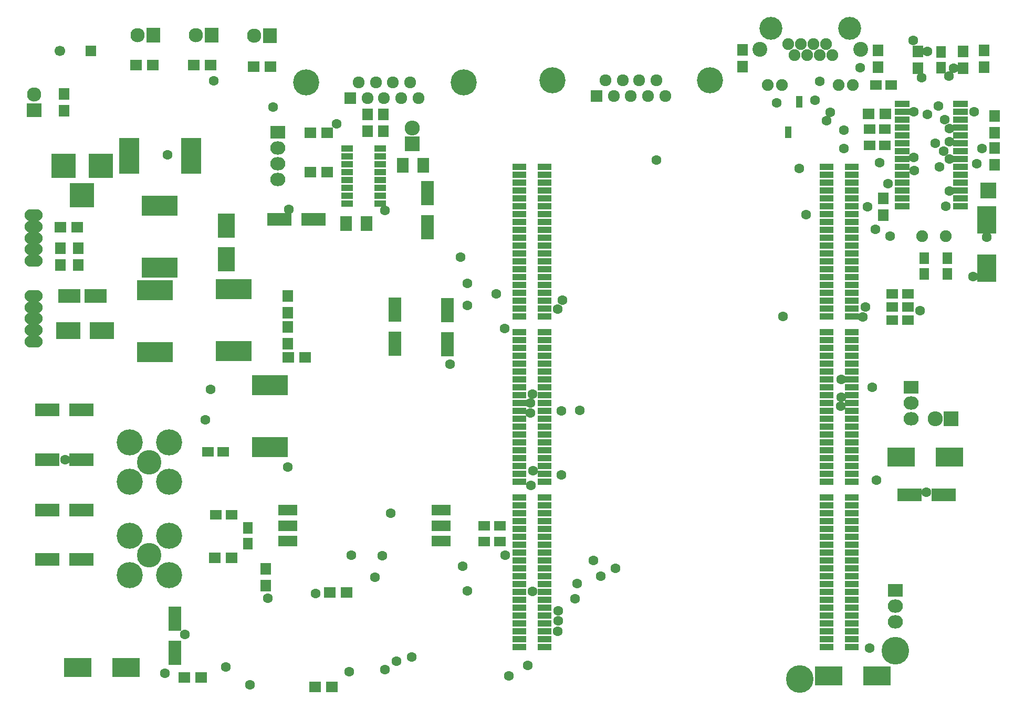
<source format=gbr>
G04 #@! TF.FileFunction,Soldermask,Top*
%FSLAX46Y46*%
G04 Gerber Fmt 4.6, Leading zero omitted, Abs format (unit mm)*
G04 Created by KiCad (PCBNEW 4.0.2-1.fc23-product) date Thu 28 Jul 2016 11:49:27 AM EEST*
%MOMM*%
G01*
G04 APERTURE LIST*
%ADD10C,0.100000*%
%ADD11C,4.210000*%
%ADD12R,1.924000X1.924000*%
%ADD13C,1.924000*%
%ADD14R,4.400500X3.100020*%
%ADD15R,2.000200X3.999180*%
%ADD16R,3.999180X2.000200*%
%ADD17R,1.924000X2.432000*%
%ADD18R,3.549600X2.200860*%
%ADD19R,1.900000X1.650000*%
%ADD20R,1.650000X1.900000*%
%ADD21R,3.100020X4.400500*%
%ADD22R,3.900120X3.900120*%
%ADD23R,3.900120X2.701240*%
%ADD24R,2.701240X3.900120*%
%ADD25R,2.300000X2.400000*%
%ADD26C,2.300000*%
%ADD27R,2.400000X2.300000*%
%ADD28R,2.400000X1.000000*%
%ADD29R,5.800040X3.300680*%
%ADD30R,3.300680X5.800040*%
%ADD31R,0.999440X1.901140*%
%ADD32R,2.432000X2.432000*%
%ADD33O,2.432000X2.432000*%
%ADD34R,2.432000X2.127200*%
%ADD35O,2.432000X2.127200*%
%ADD36R,2.635200X2.635200*%
%ADD37R,1.900000X1.700000*%
%ADD38R,1.700000X1.900000*%
%ADD39R,1.900000X1.000000*%
%ADD40O,2.899360X1.901140*%
%ADD41C,4.464000*%
%ADD42C,1.901140*%
%ADD43R,1.700000X1.700000*%
%ADD44C,1.700000*%
%ADD45C,2.400000*%
%ADD46C,3.700000*%
%ADD47C,3.956000*%
%ADD48R,2.198320X1.098500*%
%ADD49R,3.100000X1.750000*%
%ADD50C,1.600000*%
G04 APERTURE END LIST*
D10*
D11*
X169164000Y-43942000D03*
X143764000Y-43942000D03*
D12*
X150876000Y-46482000D03*
D13*
X153670000Y-46482000D03*
X156337000Y-46482000D03*
X159131000Y-46482000D03*
X161925000Y-46482000D03*
X152273000Y-43942000D03*
X155067000Y-43942000D03*
X157734000Y-43942000D03*
X160528000Y-43942000D03*
D14*
X67231260Y-138684000D03*
X75008740Y-138684000D03*
D15*
X126797000Y-86520020D03*
X126797000Y-81018380D03*
D16*
X62273180Y-105156000D03*
X67774820Y-105156000D03*
X99738180Y-66421000D03*
X105239820Y-66421000D03*
D15*
X123571000Y-67647820D03*
X123571000Y-62146180D03*
D16*
X62273180Y-113284000D03*
X67774820Y-113284000D03*
X62273180Y-97155000D03*
X67774820Y-97155000D03*
X62273180Y-121285000D03*
X67774820Y-121285000D03*
D17*
X113792000Y-67056000D03*
X110490000Y-67056000D03*
X122936000Y-57658000D03*
X119634000Y-57658000D03*
D14*
X188262260Y-140081000D03*
X196039740Y-140081000D03*
X207723740Y-104775000D03*
X199946260Y-104775000D03*
D16*
X201338180Y-110871000D03*
X206839820Y-110871000D03*
D18*
X65819020Y-78740000D03*
X70070980Y-78740000D03*
D15*
X118364000Y-86443820D03*
X118364000Y-80942180D03*
D19*
X194838000Y-51816000D03*
X197338000Y-51816000D03*
D20*
X203708000Y-72664000D03*
X203708000Y-75164000D03*
X207391000Y-72664000D03*
X207391000Y-75164000D03*
D19*
X198521000Y-82613500D03*
X201021000Y-82613500D03*
X197338000Y-54483000D03*
X194838000Y-54483000D03*
X198521000Y-80518000D03*
X201021000Y-80518000D03*
X198521000Y-78422500D03*
X201021000Y-78422500D03*
D21*
X213741000Y-66469260D03*
X213741000Y-74246740D03*
D20*
X206375000Y-39390000D03*
X206375000Y-41890000D03*
D19*
X198354000Y-44704000D03*
X195854000Y-44704000D03*
D22*
X70906640Y-57785000D03*
X64907160Y-57785000D03*
X67906900Y-62484000D03*
D23*
X65689480Y-84328000D03*
X71089520Y-84328000D03*
D24*
X91186000Y-72804020D03*
X91186000Y-67403980D03*
D25*
X79375000Y-36703000D03*
D26*
X76835000Y-36703000D03*
D25*
X88773000Y-36703000D03*
D26*
X86233000Y-36703000D03*
D27*
X60198000Y-48768000D03*
D26*
X60198000Y-46228000D03*
D25*
X98171000Y-36766500D03*
D26*
X95631000Y-36766500D03*
D28*
X209551000Y-64262000D03*
X209551000Y-62992000D03*
X209551000Y-61722000D03*
X209551000Y-60452000D03*
X209551000Y-59182000D03*
X209551000Y-57912000D03*
X209551000Y-56642000D03*
X209551000Y-55372000D03*
X209551000Y-54102000D03*
X209551000Y-52832000D03*
X209551000Y-51562000D03*
X209551000Y-50292000D03*
X209551000Y-49022000D03*
X209551000Y-47752000D03*
X200151000Y-47752000D03*
X200151000Y-49022000D03*
X200151000Y-50292000D03*
X200151000Y-51562000D03*
X200151000Y-52832000D03*
X200151000Y-54102000D03*
X200151000Y-55372000D03*
X200151000Y-56642000D03*
X200151000Y-57912000D03*
X200151000Y-59182000D03*
X200151000Y-60452000D03*
X200151000Y-61722000D03*
X200151000Y-62992000D03*
X200151000Y-64262000D03*
D11*
X129413000Y-44259500D03*
X104013000Y-44259500D03*
D12*
X111125000Y-46799500D03*
D13*
X113919000Y-46799500D03*
X116586000Y-46799500D03*
X119380000Y-46799500D03*
X122174000Y-46799500D03*
X112522000Y-44259500D03*
X115316000Y-44259500D03*
X117983000Y-44259500D03*
X120777000Y-44259500D03*
D29*
X92329000Y-87678260D03*
X92329000Y-77675740D03*
D30*
X85519260Y-56134000D03*
X75516740Y-56134000D03*
D29*
X80391000Y-74216260D03*
X80391000Y-64213740D03*
X79629000Y-77802740D03*
X79629000Y-87805260D03*
D31*
X181711600Y-52362100D03*
X183540400Y-47459900D03*
D32*
X208026000Y-98552000D03*
D33*
X205486000Y-98552000D03*
D34*
X201549000Y-93472000D03*
D35*
X201549000Y-96012000D03*
X201549000Y-98552000D03*
D34*
X199009000Y-126238000D03*
D35*
X199009000Y-128778000D03*
X199009000Y-131318000D03*
D36*
X213995000Y-61722000D03*
D34*
X99441000Y-52324000D03*
D35*
X99441000Y-54864000D03*
X99441000Y-57404000D03*
X99441000Y-59944000D03*
D32*
X121158000Y-54229000D03*
D33*
X121158000Y-51689000D03*
D37*
X108157000Y-141859000D03*
X105457000Y-141859000D03*
X107395000Y-58801000D03*
X104695000Y-58801000D03*
X107395000Y-52451000D03*
X104695000Y-52451000D03*
D38*
X97497900Y-122742000D03*
X97497900Y-125442000D03*
D37*
X110529360Y-126598680D03*
X107829360Y-126598680D03*
D38*
X113919000Y-52150000D03*
X113919000Y-49450000D03*
X116459000Y-52150000D03*
X116459000Y-49450000D03*
X101092000Y-81487000D03*
X101092000Y-78787000D03*
X101092000Y-83740000D03*
X101092000Y-86440000D03*
D37*
X103839000Y-88646000D03*
X101139000Y-88646000D03*
D38*
X67310000Y-71040000D03*
X67310000Y-73740000D03*
D37*
X67072500Y-67627500D03*
X64372500Y-67627500D03*
D38*
X64389000Y-73740000D03*
X64389000Y-71040000D03*
D37*
X79328000Y-41529000D03*
X76628000Y-41529000D03*
X88599000Y-41529000D03*
X85899000Y-41529000D03*
D38*
X65024000Y-48848000D03*
X65024000Y-46148000D03*
D37*
X98251000Y-41783000D03*
X95551000Y-41783000D03*
D38*
X215011000Y-54911000D03*
X215011000Y-57611000D03*
X215011000Y-52404000D03*
X215011000Y-49704000D03*
X202692000Y-41990000D03*
X202692000Y-39290000D03*
X209931000Y-41990000D03*
X209931000Y-39290000D03*
X213360000Y-41863000D03*
X213360000Y-39163000D03*
D37*
X194738000Y-49403000D03*
X197438000Y-49403000D03*
D38*
X174371000Y-41736000D03*
X174371000Y-39036000D03*
X196215000Y-41863000D03*
X196215000Y-39163000D03*
X197104000Y-65739000D03*
X197104000Y-63039000D03*
D39*
X115984000Y-63881000D03*
X115984000Y-62611000D03*
X115984000Y-61341000D03*
X115984000Y-60071000D03*
X115984000Y-58801000D03*
X115984000Y-57531000D03*
X115984000Y-56261000D03*
X115984000Y-54991000D03*
X110584000Y-54991000D03*
X110584000Y-56261000D03*
X110584000Y-57531000D03*
X110584000Y-58801000D03*
X110584000Y-60071000D03*
X110584000Y-61341000D03*
X110584000Y-62611000D03*
X110584000Y-63881000D03*
D40*
X60043060Y-82423000D03*
X60043060Y-86123780D03*
X60043060Y-78722220D03*
X60043060Y-80622140D03*
X60043060Y-84223860D03*
X60043060Y-69405500D03*
X60043060Y-73106280D03*
X60043060Y-65704720D03*
X60043060Y-67604640D03*
X60043060Y-71206360D03*
D41*
X183642000Y-140589000D03*
X199009000Y-136017000D03*
D42*
X207131920Y-69088000D03*
X203332080Y-69088000D03*
D43*
X69342000Y-39243000D03*
D44*
X64342000Y-39243000D03*
D45*
X193421000Y-38989000D03*
D42*
X178435000Y-44704000D03*
X180721000Y-44704000D03*
X189865000Y-44704000D03*
X192151000Y-44704000D03*
X188849000Y-39878000D03*
X186817000Y-39878000D03*
X184785000Y-39878000D03*
X182753000Y-39878000D03*
X185801000Y-38100000D03*
X183769000Y-38100000D03*
X187833000Y-38100000D03*
X181737000Y-38100000D03*
D46*
X178943000Y-35560000D03*
X191643000Y-35560000D03*
D45*
X177165000Y-38989000D03*
D19*
X132735000Y-115824000D03*
X135235000Y-115824000D03*
X132735000Y-118364000D03*
X135235000Y-118364000D03*
D20*
X94589600Y-118700000D03*
X94589600Y-116200000D03*
D19*
X88158000Y-103886000D03*
X90658000Y-103886000D03*
D15*
X82854800Y-136354820D03*
X82854800Y-130853180D03*
D19*
X89478800Y-114046000D03*
X91978800Y-114046000D03*
D29*
X98171000Y-103172260D03*
X98171000Y-93169740D03*
D11*
X75565000Y-117424000D03*
D47*
X78740000Y-120599000D03*
D11*
X81915000Y-117424000D03*
X75565000Y-123774000D03*
X81915000Y-123774000D03*
X81915000Y-102387000D03*
D47*
X78740000Y-105562000D03*
D11*
X81915000Y-108737000D03*
X75565000Y-102387000D03*
X75565000Y-108737000D03*
D37*
X84349600Y-140310000D03*
X87049600Y-140310000D03*
X89328000Y-121031000D03*
X92028000Y-121031000D03*
D48*
X192024000Y-135382000D03*
X187960000Y-135382000D03*
X192024000Y-134112000D03*
X187960000Y-134112000D03*
X192024000Y-132842000D03*
X187960000Y-132842000D03*
X192024000Y-131572000D03*
X187960000Y-131572000D03*
X192024000Y-130302000D03*
X187960000Y-130302000D03*
X192024000Y-129032000D03*
X187960000Y-129032000D03*
X192024000Y-127762000D03*
X187960000Y-127762000D03*
X192024000Y-126492000D03*
X187960000Y-126492000D03*
X192024000Y-125222000D03*
X187960000Y-125222000D03*
X192024000Y-123952000D03*
X187960000Y-123952000D03*
X192024000Y-122682000D03*
X187960000Y-122682000D03*
X192024000Y-121412000D03*
X187960000Y-121412000D03*
X192024000Y-120142000D03*
X187960000Y-120142000D03*
X192024000Y-118872000D03*
X187960000Y-118872000D03*
X192024000Y-117602000D03*
X187960000Y-117602000D03*
X192024000Y-116332000D03*
X187960000Y-116332000D03*
X192024000Y-115062000D03*
X187960000Y-115062000D03*
X192024000Y-113792000D03*
X187960000Y-113792000D03*
X192024000Y-112522000D03*
X187960000Y-112522000D03*
X192024000Y-111252000D03*
X187960000Y-111252000D03*
X192024000Y-108712000D03*
X187960000Y-108712000D03*
X192024000Y-107442000D03*
X187960000Y-107442000D03*
X192024000Y-106172000D03*
X187960000Y-106172000D03*
X192024000Y-104902000D03*
X187960000Y-104902000D03*
X192024000Y-103632000D03*
X187960000Y-103632000D03*
X192024000Y-102362000D03*
X187960000Y-102362000D03*
X192024000Y-101092000D03*
X187960000Y-101092000D03*
X192024000Y-99822000D03*
X187960000Y-99822000D03*
X192024000Y-98552000D03*
X187960000Y-98552000D03*
X192024000Y-97282000D03*
X187960000Y-97282000D03*
X192024000Y-96012000D03*
X187960000Y-96012000D03*
X192024000Y-94742000D03*
X187960000Y-94742000D03*
X192024000Y-93472000D03*
X187960000Y-93472000D03*
X192024000Y-92202000D03*
X187960000Y-92202000D03*
X192024000Y-90932000D03*
X187960000Y-90932000D03*
X192024000Y-89662000D03*
X187960000Y-89662000D03*
X192024000Y-88392000D03*
X187960000Y-88392000D03*
X192024000Y-87122000D03*
X187960000Y-87122000D03*
X192024000Y-85852000D03*
X187960000Y-85852000D03*
X192024000Y-84582000D03*
X187960000Y-84582000D03*
X142494000Y-82042000D03*
X138430000Y-82042000D03*
X142494000Y-80772000D03*
X138430000Y-80772000D03*
X142494000Y-79502000D03*
X138430000Y-79502000D03*
X142494000Y-78232000D03*
X138430000Y-78232000D03*
X142494000Y-76962000D03*
X138430000Y-76962000D03*
X142494000Y-75692000D03*
X138430000Y-75692000D03*
X142494000Y-74422000D03*
X138430000Y-74422000D03*
X142494000Y-73152000D03*
X138430000Y-73152000D03*
X142494000Y-71882000D03*
X138430000Y-71882000D03*
X142494000Y-70612000D03*
X138430000Y-70612000D03*
X142494000Y-69342000D03*
X138430000Y-69342000D03*
X142494000Y-68072000D03*
X138430000Y-68072000D03*
X142494000Y-66802000D03*
X138430000Y-66802000D03*
X142494000Y-65532000D03*
X138430000Y-65532000D03*
X142494000Y-64262000D03*
X138430000Y-64262000D03*
X142494000Y-62992000D03*
X138430000Y-62992000D03*
X142494000Y-61722000D03*
X138430000Y-61722000D03*
X142494000Y-60452000D03*
X138430000Y-60452000D03*
X142494000Y-59182000D03*
X138430000Y-59182000D03*
X142494000Y-57912000D03*
X138430000Y-57912000D03*
X142494000Y-108712000D03*
X138430000Y-108712000D03*
X142494000Y-107442000D03*
X138430000Y-107442000D03*
X142494000Y-106172000D03*
X138430000Y-106172000D03*
X142494000Y-104902000D03*
X138430000Y-104902000D03*
X142494000Y-103632000D03*
X138430000Y-103632000D03*
X142494000Y-102362000D03*
X138430000Y-102362000D03*
X142494000Y-101092000D03*
X138430000Y-101092000D03*
X142494000Y-99822000D03*
X138430000Y-99822000D03*
X142494000Y-98552000D03*
X138430000Y-98552000D03*
X142494000Y-97282000D03*
X138430000Y-97282000D03*
X142494000Y-96012000D03*
X138430000Y-96012000D03*
X142494000Y-94742000D03*
X138430000Y-94742000D03*
X142494000Y-93472000D03*
X138430000Y-93472000D03*
X142494000Y-92202000D03*
X138430000Y-92202000D03*
X142494000Y-90932000D03*
X138430000Y-90932000D03*
X142494000Y-89662000D03*
X138430000Y-89662000D03*
X142494000Y-88392000D03*
X138430000Y-88392000D03*
X142494000Y-87122000D03*
X138430000Y-87122000D03*
X142494000Y-85852000D03*
X138430000Y-85852000D03*
X142494000Y-84582000D03*
X138430000Y-84582000D03*
X142494000Y-135382000D03*
X138430000Y-135382000D03*
X142494000Y-134112000D03*
X138430000Y-134112000D03*
X142494000Y-132842000D03*
X138430000Y-132842000D03*
X142494000Y-131572000D03*
X138430000Y-131572000D03*
X142494000Y-130302000D03*
X138430000Y-130302000D03*
X142494000Y-129032000D03*
X138430000Y-129032000D03*
X142494000Y-127762000D03*
X138430000Y-127762000D03*
X142494000Y-126492000D03*
X138430000Y-126492000D03*
X142494000Y-125222000D03*
X138430000Y-125222000D03*
X142494000Y-123952000D03*
X138430000Y-123952000D03*
X142494000Y-122682000D03*
X138430000Y-122682000D03*
X142494000Y-121412000D03*
X138430000Y-121412000D03*
X142494000Y-120142000D03*
X138430000Y-120142000D03*
X142494000Y-118872000D03*
X138430000Y-118872000D03*
X142494000Y-117602000D03*
X138430000Y-117602000D03*
X142494000Y-116332000D03*
X138430000Y-116332000D03*
X142494000Y-115062000D03*
X138430000Y-115062000D03*
X142494000Y-113792000D03*
X138430000Y-113792000D03*
X142494000Y-112522000D03*
X138430000Y-112522000D03*
X142494000Y-111252000D03*
X138430000Y-111252000D03*
X192024000Y-82042000D03*
X187960000Y-82042000D03*
X192024000Y-80772000D03*
X187960000Y-80772000D03*
X192024000Y-79502000D03*
X187960000Y-79502000D03*
X192024000Y-78232000D03*
X187960000Y-78232000D03*
X192024000Y-76962000D03*
X187960000Y-76962000D03*
X192024000Y-75692000D03*
X187960000Y-75692000D03*
X192024000Y-74422000D03*
X187960000Y-74422000D03*
X192024000Y-73152000D03*
X187960000Y-73152000D03*
X192024000Y-71882000D03*
X187960000Y-71882000D03*
X192024000Y-70612000D03*
X187960000Y-70612000D03*
X192024000Y-69342000D03*
X187960000Y-69342000D03*
X192024000Y-68072000D03*
X187960000Y-68072000D03*
X192024000Y-66802000D03*
X187960000Y-66802000D03*
X192024000Y-65532000D03*
X187960000Y-65532000D03*
X192024000Y-64262000D03*
X187960000Y-64262000D03*
X192024000Y-62992000D03*
X187960000Y-62992000D03*
X192024000Y-61722000D03*
X187960000Y-61722000D03*
X192024000Y-60452000D03*
X187960000Y-60452000D03*
X192024000Y-59182000D03*
X187960000Y-59182000D03*
X192024000Y-57912000D03*
X187960000Y-57912000D03*
D49*
X125808000Y-118328000D03*
X125808000Y-115828000D03*
X125808000Y-113328000D03*
X101058000Y-113328000D03*
X101058000Y-115828000D03*
X101058000Y-118328000D03*
D50*
X121008140Y-136989820D03*
X136147000Y-120545000D03*
X140289000Y-109272000D03*
X101092000Y-106375000D03*
X207642000Y-43243800D03*
X207732000Y-51727200D03*
X204151000Y-39290000D03*
X190751000Y-51955500D03*
X190754000Y-54965600D03*
X203004000Y-81154600D03*
X186838000Y-44131600D03*
X204046000Y-110377000D03*
X213741000Y-69271800D03*
X65136800Y-105156000D03*
X118577360Y-137660380D03*
X91059000Y-138645900D03*
X81244440Y-139613640D03*
X84459900Y-133380000D03*
X88625200Y-93781600D03*
X145186000Y-107594000D03*
X180888000Y-82042000D03*
X193727000Y-82157200D03*
X94920800Y-141460000D03*
X87795900Y-98726700D03*
X194827000Y-135540000D03*
X127198000Y-89775200D03*
X116733000Y-64987500D03*
X101216000Y-64790900D03*
X98691500Y-48249700D03*
X130053000Y-80302400D03*
X130004000Y-76746000D03*
X144577000Y-80822800D03*
X140577000Y-106924000D03*
X205436000Y-54102000D03*
X212989000Y-54932600D03*
X204180000Y-49462200D03*
X183499000Y-58172200D03*
X194197000Y-80518000D03*
X198198000Y-69088000D03*
X196444000Y-57200800D03*
X201968000Y-56375500D03*
X211570000Y-75610700D03*
X207164940Y-64259460D03*
X179883000Y-47548800D03*
X188530000Y-49129100D03*
X186104000Y-47207400D03*
X207728000Y-61772000D03*
X140491000Y-94552100D03*
X136042000Y-84023200D03*
X128949000Y-72474800D03*
X140136000Y-97588500D03*
X206103000Y-57912000D03*
X190308000Y-95112500D03*
X207735000Y-56642000D03*
X195299000Y-93472000D03*
X206819000Y-55372000D03*
X190314000Y-92202000D03*
X207745000Y-53863900D03*
X212156000Y-57378500D03*
X134704000Y-78381400D03*
X140136000Y-96012000D03*
X207012000Y-50292000D03*
X201904000Y-37518000D03*
X211714000Y-49022000D03*
X208422000Y-41990000D03*
X205953000Y-48099600D03*
X203263000Y-43566400D03*
X202006000Y-49022000D03*
X187915000Y-50503400D03*
X197866000Y-60655200D03*
X194532000Y-64360100D03*
X202049000Y-58532400D03*
X147371000Y-127559000D03*
X147726000Y-125120000D03*
X151485000Y-123952000D03*
X153875000Y-122682000D03*
X150301000Y-121412000D03*
X117683280Y-113771680D03*
X116758720Y-139070080D03*
X139781280Y-138394440D03*
X144597120Y-132831840D03*
X136682480Y-140063220D03*
X110987840Y-139374880D03*
X97810320Y-127543560D03*
X105582720Y-126751080D03*
X190252000Y-96547100D03*
X140546000Y-126453000D03*
X145339000Y-79451200D03*
X193364000Y-41903300D03*
X195783000Y-68021200D03*
X184658000Y-65633600D03*
X148133000Y-97180400D03*
X145136000Y-97282000D03*
X89099700Y-44033700D03*
X144635220Y-131124960D03*
X108929000Y-50969400D03*
X144635220Y-129583180D03*
X160528000Y-56853600D03*
X81690500Y-55957200D03*
X195934000Y-108441000D03*
X116286280Y-120616980D03*
X129997000Y-126289000D03*
X129235000Y-122326000D03*
X115100100Y-124091700D03*
X111312960Y-120533160D03*
M02*

</source>
